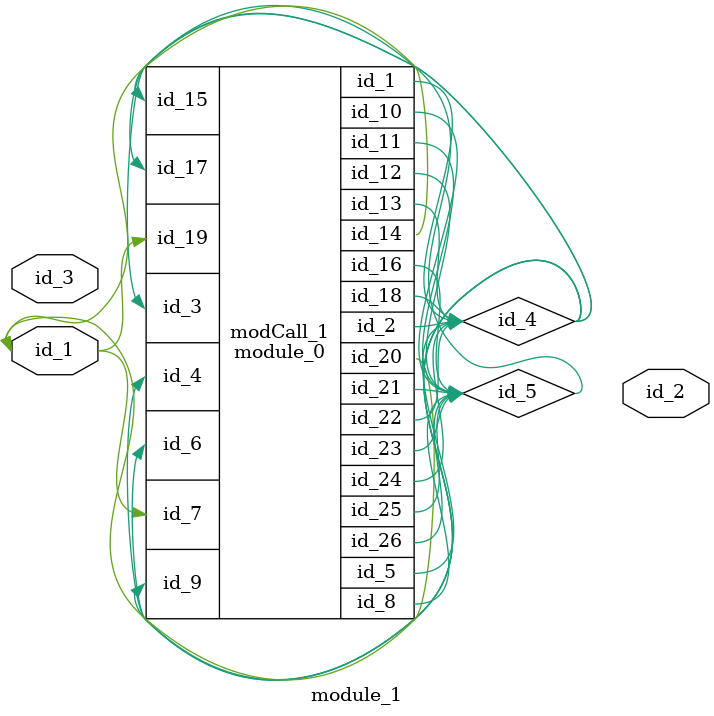
<source format=v>
module module_0 (
    id_1,
    id_2,
    id_3,
    id_4,
    id_5,
    id_6,
    id_7,
    id_8,
    id_9,
    id_10,
    id_11,
    id_12,
    id_13,
    id_14,
    id_15,
    id_16,
    id_17,
    id_18,
    id_19,
    id_20,
    id_21,
    id_22,
    id_23,
    id_24,
    id_25,
    id_26
);
  inout wire id_26;
  inout wire id_25;
  output wire id_24;
  output wire id_23;
  output wire id_22;
  output wire id_21;
  output wire id_20;
  input wire id_19;
  output wire id_18;
  input wire id_17;
  output wire id_16;
  input wire id_15;
  inout wire id_14;
  inout wire id_13;
  inout wire id_12;
  inout wire id_11;
  inout wire id_10;
  input wire id_9;
  inout wire id_8;
  input wire id_7;
  input wire id_6;
  output wire id_5;
  input wire id_4;
  input wire id_3;
  inout wire id_2;
  output wire id_1;
endmodule
module module_1 (
    id_1,
    id_2,
    id_3
);
  input wire id_3;
  output wire id_2;
  inout wire id_1;
  wire id_4;
  wire id_5;
  module_0 modCall_1 (
      id_4,
      id_4,
      id_5,
      id_4,
      id_4,
      id_4,
      id_1,
      id_5,
      id_4,
      id_5,
      id_5,
      id_5,
      id_4,
      id_1,
      id_4,
      id_5,
      id_4,
      id_4,
      id_1,
      id_1,
      id_5,
      id_4,
      id_5,
      id_4,
      id_5,
      id_5
  );
  wire id_6;
  wire id_7, id_8;
endmodule

</source>
